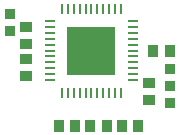
<source format=gtp>
G04*
G04 #@! TF.GenerationSoftware,Altium Limited,Altium Designer,20.0.14 (345)*
G04*
G04 Layer_Color=8421504*
%FSLAX43Y43*%
%MOMM*%
G71*
G01*
G75*
%ADD12R,1.050X0.950*%
%ADD13R,0.950X1.050*%
%ADD14R,0.950X0.950*%
%ADD15R,0.900X1.050*%
%ADD16R,0.250X0.900*%
%ADD17R,0.900X0.250*%
%ADD18R,4.100X4.100*%
D12*
X3302Y11012D02*
D03*
Y9562D02*
D03*
Y6895D02*
D03*
Y8345D02*
D03*
X13716Y6276D02*
D03*
Y4826D02*
D03*
D13*
X15494Y9017D02*
D03*
X14044D02*
D03*
D14*
X1905Y10705D02*
D03*
Y12155D02*
D03*
X15494Y4572D02*
D03*
Y6022D02*
D03*
Y6023D02*
D03*
Y7473D02*
D03*
D15*
X8698Y2667D02*
D03*
X10098D02*
D03*
X11365D02*
D03*
X12765D02*
D03*
X6031D02*
D03*
X7431D02*
D03*
D16*
X6311Y12567D02*
D03*
X6811D02*
D03*
X7311D02*
D03*
X7811D02*
D03*
X8311D02*
D03*
X8811D02*
D03*
X9311D02*
D03*
X9811D02*
D03*
X10311D02*
D03*
X10811D02*
D03*
X11311D02*
D03*
Y5467D02*
D03*
X10811D02*
D03*
X10311D02*
D03*
X9811D02*
D03*
X9311D02*
D03*
X8811D02*
D03*
X8311D02*
D03*
X7811D02*
D03*
X7311D02*
D03*
X6811D02*
D03*
X6311D02*
D03*
D17*
X12361Y11517D02*
D03*
Y11017D02*
D03*
Y10517D02*
D03*
Y10017D02*
D03*
Y9517D02*
D03*
Y9017D02*
D03*
Y8517D02*
D03*
Y8017D02*
D03*
Y7517D02*
D03*
Y7017D02*
D03*
Y6517D02*
D03*
X5261D02*
D03*
Y11517D02*
D03*
Y7017D02*
D03*
Y7517D02*
D03*
Y8017D02*
D03*
Y8517D02*
D03*
Y9017D02*
D03*
Y11017D02*
D03*
Y10517D02*
D03*
Y10017D02*
D03*
Y9517D02*
D03*
D18*
X8811Y9017D02*
D03*
M02*

</source>
